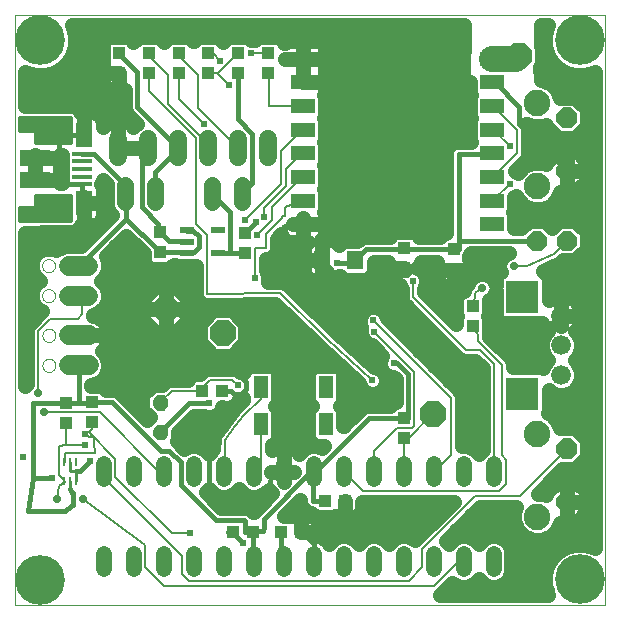
<source format=gbl>
G75*
%MOIN*%
%OFA0B0*%
%FSLAX24Y24*%
%IPPOS*%
%LPD*%
%AMOC8*
5,1,8,0,0,1.08239X$1,22.5*
%
%ADD10C,0.0000*%
%ADD11R,0.0551X0.0630*%
%ADD12R,0.0394X0.0433*%
%ADD13R,0.0433X0.0394*%
%ADD14R,0.0787X0.0512*%
%ADD15OC8,0.0850*%
%ADD16R,0.0472X0.0217*%
%ADD17C,0.0520*%
%ADD18R,0.0512X0.0748*%
%ADD19R,0.0112X0.0276*%
%ADD20R,0.0673X0.0157*%
%ADD21R,0.0575X0.0787*%
%ADD22R,0.0984X0.0541*%
%ADD23C,0.0160*%
%ADD24C,0.0560*%
%ADD25C,0.0104*%
%ADD26OC8,0.0660*%
%ADD27OC8,0.0700*%
%ADD28C,0.0885*%
%ADD29C,0.0660*%
%ADD30R,0.1102X0.1102*%
%ADD31C,0.0600*%
%ADD32C,0.0650*%
%ADD33C,0.0240*%
%ADD34C,0.0100*%
%ADD35C,0.0500*%
%ADD36C,0.0280*%
%ADD37C,0.0080*%
%ADD38C,0.0277*%
%ADD39C,0.0860*%
%ADD40C,0.1660*%
D10*
X000350Y000350D02*
X000350Y020035D01*
X020035Y020035D01*
X020035Y000350D01*
X000350Y000350D01*
X001267Y008344D02*
X001269Y008373D01*
X001275Y008401D01*
X001284Y008429D01*
X001297Y008455D01*
X001314Y008478D01*
X001333Y008500D01*
X001355Y008519D01*
X001380Y008534D01*
X001406Y008547D01*
X001434Y008555D01*
X001462Y008560D01*
X001491Y008561D01*
X001520Y008558D01*
X001548Y008551D01*
X001575Y008541D01*
X001601Y008527D01*
X001624Y008510D01*
X001645Y008490D01*
X001663Y008467D01*
X001678Y008442D01*
X001689Y008415D01*
X001697Y008387D01*
X001701Y008358D01*
X001701Y008330D01*
X001697Y008301D01*
X001689Y008273D01*
X001678Y008246D01*
X001663Y008221D01*
X001645Y008198D01*
X001624Y008178D01*
X001601Y008161D01*
X001575Y008147D01*
X001548Y008137D01*
X001520Y008130D01*
X001491Y008127D01*
X001462Y008128D01*
X001434Y008133D01*
X001406Y008141D01*
X001380Y008154D01*
X001355Y008169D01*
X001333Y008188D01*
X001314Y008210D01*
X001297Y008233D01*
X001284Y008259D01*
X001275Y008287D01*
X001269Y008315D01*
X001267Y008344D01*
X001267Y009344D02*
X001269Y009373D01*
X001275Y009401D01*
X001284Y009429D01*
X001297Y009455D01*
X001314Y009478D01*
X001333Y009500D01*
X001355Y009519D01*
X001380Y009534D01*
X001406Y009547D01*
X001434Y009555D01*
X001462Y009560D01*
X001491Y009561D01*
X001520Y009558D01*
X001548Y009551D01*
X001575Y009541D01*
X001601Y009527D01*
X001624Y009510D01*
X001645Y009490D01*
X001663Y009467D01*
X001678Y009442D01*
X001689Y009415D01*
X001697Y009387D01*
X001701Y009358D01*
X001701Y009330D01*
X001697Y009301D01*
X001689Y009273D01*
X001678Y009246D01*
X001663Y009221D01*
X001645Y009198D01*
X001624Y009178D01*
X001601Y009161D01*
X001575Y009147D01*
X001548Y009137D01*
X001520Y009130D01*
X001491Y009127D01*
X001462Y009128D01*
X001434Y009133D01*
X001406Y009141D01*
X001380Y009154D01*
X001355Y009169D01*
X001333Y009188D01*
X001314Y009210D01*
X001297Y009233D01*
X001284Y009259D01*
X001275Y009287D01*
X001269Y009315D01*
X001267Y009344D01*
X001259Y010670D02*
X001261Y010699D01*
X001267Y010727D01*
X001276Y010755D01*
X001289Y010781D01*
X001306Y010804D01*
X001325Y010826D01*
X001347Y010845D01*
X001372Y010860D01*
X001398Y010873D01*
X001426Y010881D01*
X001454Y010886D01*
X001483Y010887D01*
X001512Y010884D01*
X001540Y010877D01*
X001567Y010867D01*
X001593Y010853D01*
X001616Y010836D01*
X001637Y010816D01*
X001655Y010793D01*
X001670Y010768D01*
X001681Y010741D01*
X001689Y010713D01*
X001693Y010684D01*
X001693Y010656D01*
X001689Y010627D01*
X001681Y010599D01*
X001670Y010572D01*
X001655Y010547D01*
X001637Y010524D01*
X001616Y010504D01*
X001593Y010487D01*
X001567Y010473D01*
X001540Y010463D01*
X001512Y010456D01*
X001483Y010453D01*
X001454Y010454D01*
X001426Y010459D01*
X001398Y010467D01*
X001372Y010480D01*
X001347Y010495D01*
X001325Y010514D01*
X001306Y010536D01*
X001289Y010559D01*
X001276Y010585D01*
X001267Y010613D01*
X001261Y010641D01*
X001259Y010670D01*
X001259Y011670D02*
X001261Y011699D01*
X001267Y011727D01*
X001276Y011755D01*
X001289Y011781D01*
X001306Y011804D01*
X001325Y011826D01*
X001347Y011845D01*
X001372Y011860D01*
X001398Y011873D01*
X001426Y011881D01*
X001454Y011886D01*
X001483Y011887D01*
X001512Y011884D01*
X001540Y011877D01*
X001567Y011867D01*
X001593Y011853D01*
X001616Y011836D01*
X001637Y011816D01*
X001655Y011793D01*
X001670Y011768D01*
X001681Y011741D01*
X001689Y011713D01*
X001693Y011684D01*
X001693Y011656D01*
X001689Y011627D01*
X001681Y011599D01*
X001670Y011572D01*
X001655Y011547D01*
X001637Y011524D01*
X001616Y011504D01*
X001593Y011487D01*
X001567Y011473D01*
X001540Y011463D01*
X001512Y011456D01*
X001483Y011453D01*
X001454Y011454D01*
X001426Y011459D01*
X001398Y011467D01*
X001372Y011480D01*
X001347Y011495D01*
X001325Y011514D01*
X001306Y011536D01*
X001289Y011559D01*
X001276Y011585D01*
X001267Y011613D01*
X001261Y011641D01*
X001259Y011670D01*
D11*
X010602Y011851D03*
X011705Y011851D03*
D12*
X013332Y011590D03*
X013332Y012259D03*
X014980Y012209D03*
X014980Y011540D03*
X008032Y012093D03*
X008032Y012762D03*
X005179Y012786D03*
X005179Y012117D03*
X006605Y007505D03*
X007274Y007505D03*
X006789Y018089D03*
X006789Y018758D03*
X003814Y018758D03*
X003814Y018089D03*
D13*
X004812Y018089D03*
X004812Y018758D03*
X005812Y018758D03*
X005812Y018089D03*
X007787Y018089D03*
X007787Y018758D03*
X008807Y018758D03*
X008807Y018089D03*
X015613Y010319D03*
X015613Y009650D03*
X013327Y006585D03*
X013327Y005916D03*
X011372Y003824D03*
X010703Y003824D03*
X009905Y002795D03*
X009236Y002795D03*
X008277Y002805D03*
X007608Y002805D03*
X002910Y006453D03*
X002910Y007122D03*
X002049Y007097D03*
X002049Y006428D03*
D14*
X009959Y013051D03*
X009959Y013838D03*
X009959Y014626D03*
X009959Y015413D03*
X009959Y016201D03*
X009959Y016988D03*
X009959Y017775D03*
X009959Y018563D03*
X016259Y018563D03*
X016259Y017775D03*
X016259Y016988D03*
X016259Y016201D03*
X016259Y015413D03*
X016259Y014626D03*
X016259Y013838D03*
X016259Y013051D03*
D15*
X017168Y018666D03*
X005382Y010210D03*
X007280Y009422D03*
X014277Y006729D03*
D16*
X007119Y012096D03*
X007119Y012844D03*
X006095Y012844D03*
X006095Y012470D03*
X006095Y012096D03*
D17*
X006317Y005065D02*
X006317Y004545D01*
X005317Y004545D02*
X005317Y005065D01*
X004317Y005065D02*
X004317Y004545D01*
X003317Y004545D02*
X003317Y005065D01*
X007317Y005065D02*
X007317Y004545D01*
X008317Y004545D02*
X008317Y005065D01*
X009317Y005065D02*
X009317Y004545D01*
X010317Y004545D02*
X010317Y005065D01*
X011317Y005065D02*
X011317Y004545D01*
X012317Y004545D02*
X012317Y005065D01*
X013317Y005065D02*
X013317Y004545D01*
X014317Y004545D02*
X014317Y005065D01*
X015317Y005065D02*
X015317Y004545D01*
X016317Y004545D02*
X016317Y005065D01*
X016317Y002065D02*
X016317Y001545D01*
X015317Y001545D02*
X015317Y002065D01*
X014317Y002065D02*
X014317Y001545D01*
X013317Y001545D02*
X013317Y002065D01*
X012317Y002065D02*
X012317Y001545D01*
X011317Y001545D02*
X011317Y002065D01*
X010317Y002065D02*
X010317Y001545D01*
X009317Y001545D02*
X009317Y002065D01*
X008317Y002065D02*
X008317Y001545D01*
X007317Y001545D02*
X007317Y002065D01*
X006317Y002065D02*
X006317Y001545D01*
X005317Y001545D02*
X005317Y002065D01*
X004317Y002065D02*
X004317Y001545D01*
X003317Y001545D02*
X003317Y002065D01*
D18*
X008549Y006375D03*
X008549Y007635D03*
X010714Y007635D03*
X010714Y006375D03*
D19*
X002401Y005134D03*
X002204Y005134D03*
X002007Y005134D03*
X002007Y004484D03*
X002204Y004484D03*
X002401Y004484D03*
D20*
X002598Y014382D03*
X002598Y014638D03*
X002598Y014894D03*
X002598Y015150D03*
X002598Y015406D03*
D21*
X002649Y016036D03*
X002649Y013752D03*
D22*
X001011Y014525D03*
X001011Y015263D03*
D23*
X001011Y014525D01*
X000941Y014468D01*
X000925Y014468D02*
X001011Y014525D01*
X001185Y015059D02*
X001011Y015263D01*
X001011Y015297D01*
X001800Y015297D01*
X001828Y015297D01*
X001828Y016036D01*
X002649Y016036D01*
X002642Y016036D01*
X002649Y016036D02*
X002649Y016091D01*
X002179Y016042D02*
X001069Y016042D01*
X001069Y016200D02*
X002179Y016200D01*
X002179Y016359D02*
X000538Y016359D01*
X000538Y016517D02*
X002179Y016517D01*
X002179Y016596D02*
X001167Y016596D01*
X001169Y016595D01*
X000539Y016595D01*
X000537Y016200D01*
X001069Y016200D01*
X001069Y015779D01*
X002179Y015779D01*
X002179Y016596D01*
X002179Y015883D02*
X001069Y015883D01*
X001800Y015297D02*
X001800Y014382D01*
X002598Y014382D01*
X002602Y014381D01*
X002602Y013807D01*
X002649Y013759D01*
X002649Y013752D01*
X002179Y013823D02*
X001069Y013823D01*
X001069Y013981D02*
X002179Y013981D01*
X002179Y014002D02*
X001069Y014002D01*
X001069Y013581D01*
X000537Y013581D01*
X000535Y013184D01*
X001165Y013184D01*
X001167Y013185D01*
X002179Y013185D01*
X002179Y014002D01*
X002179Y013664D02*
X001069Y013664D01*
X000537Y013506D02*
X002179Y013506D01*
X002179Y013347D02*
X000536Y013347D01*
X000535Y013189D02*
X002179Y013189D01*
X002484Y011673D02*
X004011Y013200D01*
X004074Y013240D01*
X004074Y014004D01*
X004021Y014070D01*
X004019Y014074D01*
X004019Y014374D01*
X002988Y015405D01*
X002602Y015405D01*
X002598Y015406D01*
X003804Y015589D02*
X003980Y015594D01*
X003980Y015589D01*
X004578Y015366D02*
X004799Y015586D01*
X004804Y015589D01*
X004578Y015366D02*
X004578Y013610D01*
X005130Y013059D01*
X005130Y012854D01*
X005179Y012786D01*
X005185Y012783D01*
X005492Y012476D01*
X006090Y012476D01*
X006095Y012470D01*
X006098Y012838D02*
X006095Y012844D01*
X006098Y012838D02*
X006303Y012838D01*
X006492Y012649D01*
X006492Y012295D01*
X006326Y012130D01*
X006169Y012130D01*
X006095Y012096D01*
X006090Y012098D01*
X006074Y012114D01*
X005185Y012114D01*
X005179Y012117D01*
X005130Y012185D01*
X004074Y013240D01*
X005021Y014070D02*
X005027Y014074D01*
X005027Y014775D01*
X005767Y015515D01*
X005804Y015589D01*
X005799Y015594D01*
X004429Y016964D01*
X004429Y018114D01*
X003815Y018728D01*
X003815Y018752D01*
X003814Y018758D01*
X007787Y018089D02*
X007791Y018082D01*
X007791Y016555D01*
X008271Y016074D01*
X008271Y014421D01*
X007917Y014067D01*
X007916Y014063D01*
X007515Y013460D02*
X006917Y014059D01*
X006916Y014063D01*
X007515Y013460D02*
X007515Y012098D01*
X008027Y012098D01*
X008032Y012093D01*
X007515Y012098D02*
X007122Y012098D01*
X007119Y012096D01*
X008032Y012762D02*
X008035Y012767D01*
X008381Y013114D01*
X009358Y012996D02*
X009358Y012925D01*
X009358Y012996D02*
X009901Y012996D01*
X009959Y013051D01*
X009964Y013051D01*
X009959Y013051D01*
X009901Y012996D01*
X009959Y013051D02*
X009964Y013051D01*
X010633Y011948D02*
X010653Y011929D01*
X010649Y011925D01*
X010602Y011851D01*
X010720Y011815D01*
X010720Y011728D01*
X011074Y011374D01*
X013429Y011374D01*
X013563Y011507D01*
X014862Y011507D01*
X014980Y011540D01*
X016492Y011540D01*
X016492Y009772D01*
X018568Y009772D01*
X018568Y009996D01*
X015147Y012209D02*
X015147Y012500D01*
X017759Y012500D01*
X017763Y012502D01*
X015147Y012500D02*
X015147Y015395D01*
X016259Y015395D01*
X016259Y015413D01*
X017169Y016397D02*
X018752Y014815D01*
X018753Y014814D01*
X017169Y016397D02*
X017169Y016956D01*
X016381Y017744D01*
X016342Y017744D01*
X016259Y017775D01*
X016263Y017775D01*
X013332Y012259D02*
X013263Y012216D01*
X012074Y012216D01*
X011767Y011909D01*
X011705Y011851D01*
X011626Y011822D01*
X011570Y011767D01*
X011082Y011767D01*
X010689Y011893D02*
X010653Y011929D01*
X010602Y011866D02*
X010602Y011851D01*
X013332Y012259D02*
X013405Y012208D01*
X014901Y012208D01*
X014980Y012209D01*
X015147Y012209D01*
X014936Y011565D02*
X014936Y011540D01*
X013098Y008413D02*
X012980Y008413D01*
X013098Y008413D02*
X013460Y008051D01*
X013460Y006586D01*
X013405Y006586D01*
X013327Y006585D01*
X013326Y006586D01*
X012153Y006586D01*
X010397Y004830D01*
X010317Y004805D01*
X010200Y004775D01*
X008657Y003232D01*
X008657Y002909D01*
X008626Y002830D01*
X008358Y002830D01*
X008277Y002805D01*
X008193Y002807D01*
X008027Y002807D01*
X008019Y002815D01*
X008019Y003161D01*
X007996Y003185D01*
X007067Y003185D01*
X005878Y004374D01*
X005878Y005122D01*
X005507Y005492D01*
X005224Y005492D01*
X003594Y007122D01*
X002996Y007122D01*
X002910Y007122D01*
X002909Y007122D01*
X002885Y007098D01*
X002484Y007098D01*
X002484Y008342D01*
X002484Y008344D01*
X002484Y007098D02*
X002051Y007098D01*
X000945Y007098D01*
X000945Y004578D01*
X001594Y004578D01*
X001595Y004578D01*
X002204Y004229D02*
X002254Y004083D01*
X002300Y004083D01*
X002302Y003677D01*
X002214Y003649D01*
X002032Y003506D01*
X001781Y003506D01*
X000781Y003505D01*
X000945Y004578D01*
X002401Y004815D02*
X002484Y004830D01*
X002523Y004830D01*
X002854Y005161D01*
X005196Y006116D02*
X005200Y006122D01*
X006161Y007082D01*
X006838Y007082D01*
X007106Y006812D02*
X006818Y006606D01*
X006818Y004575D01*
X006833Y004575D01*
X006833Y003923D01*
X008720Y003923D01*
X008720Y003849D01*
X008843Y004497D01*
X008959Y004805D01*
X009317Y004805D01*
X010279Y004767D02*
X010279Y003830D01*
X010703Y003830D01*
X010703Y003824D01*
X011372Y003824D02*
X011377Y003556D01*
X011377Y003322D01*
X009895Y003322D01*
X009279Y003322D01*
X009895Y003322D02*
X009893Y002931D01*
X009905Y002795D01*
X009909Y002791D01*
X010311Y002389D01*
X010311Y001807D01*
X010317Y001805D01*
X009317Y001805D02*
X009311Y001807D01*
X009240Y001878D01*
X009240Y002791D01*
X009236Y002795D01*
X008279Y002799D02*
X008277Y002805D01*
X008279Y002799D02*
X008279Y001838D01*
X008311Y001807D01*
X008317Y001805D01*
X007948Y002437D02*
X007649Y002736D01*
X007608Y002805D01*
X007602Y002799D01*
X007452Y002799D01*
X010279Y004767D02*
X010311Y004799D01*
X010317Y004805D01*
X007343Y006967D02*
X007106Y006812D01*
X007343Y006967D02*
X007697Y007091D01*
X007687Y007397D01*
X007901Y007397D01*
X008067Y007563D01*
X008067Y007799D01*
X005657Y010208D01*
X005389Y010208D01*
X005382Y010210D01*
X002484Y011673D02*
X002476Y011670D01*
X001185Y015059D02*
X001011Y015146D01*
X007274Y007505D02*
X007279Y007500D01*
X007563Y007500D01*
X007665Y007397D01*
X007687Y007397D01*
X002051Y007098D02*
X002049Y007097D01*
D24*
X004021Y013790D02*
X004021Y014350D01*
X005021Y014350D02*
X005021Y013790D01*
X006916Y013783D02*
X006916Y014343D01*
X007916Y014343D02*
X007916Y013783D01*
D25*
X005041Y007072D02*
X004989Y007020D01*
X004989Y007192D01*
X005110Y007313D01*
X005282Y007313D01*
X005403Y007192D01*
X005403Y007020D01*
X005282Y006899D01*
X005110Y006899D01*
X004989Y007020D01*
X005067Y007052D01*
X005067Y007160D01*
X005142Y007235D01*
X005250Y007235D01*
X005325Y007160D01*
X005325Y007052D01*
X005250Y006977D01*
X005142Y006977D01*
X005067Y007052D01*
X005145Y007085D01*
X005145Y007127D01*
X005175Y007157D01*
X005217Y007157D01*
X005247Y007127D01*
X005247Y007085D01*
X005217Y007055D01*
X005175Y007055D01*
X005145Y007085D01*
X005041Y006082D02*
X004989Y006030D01*
X004989Y006202D01*
X005110Y006323D01*
X005282Y006323D01*
X005403Y006202D01*
X005403Y006030D01*
X005282Y005909D01*
X005110Y005909D01*
X004989Y006030D01*
X005067Y006062D01*
X005067Y006170D01*
X005142Y006245D01*
X005250Y006245D01*
X005325Y006170D01*
X005325Y006062D01*
X005250Y005987D01*
X005142Y005987D01*
X005067Y006062D01*
X005145Y006095D01*
X005145Y006137D01*
X005175Y006167D01*
X005217Y006167D01*
X005247Y006137D01*
X005247Y006095D01*
X005217Y006065D01*
X005175Y006065D01*
X005145Y006095D01*
D26*
X017763Y012502D03*
X018763Y012502D03*
D27*
X018753Y014814D03*
X018753Y016594D03*
X018753Y005571D03*
X018753Y003791D03*
D28*
X017773Y003301D03*
X017773Y006061D03*
X017773Y014324D03*
X017773Y017084D03*
D29*
X018568Y009996D03*
X018568Y009011D03*
X018568Y008027D03*
D30*
X017268Y007397D03*
X017268Y010626D03*
D31*
X008804Y015289D02*
X008804Y015889D01*
X007804Y015889D02*
X007804Y015289D01*
X006804Y015289D02*
X006804Y015889D01*
X005804Y015889D02*
X005804Y015289D01*
X004804Y015289D02*
X004804Y015889D01*
X003804Y015889D02*
X003804Y015289D01*
D32*
X002801Y011670D02*
X002151Y011670D01*
X002151Y010670D02*
X002801Y010670D01*
X002809Y009344D02*
X002160Y009344D01*
X002160Y008344D02*
X002809Y008344D01*
D33*
X002684Y006056D03*
X002696Y005680D03*
X002854Y005161D03*
X001595Y004578D03*
X000622Y005306D03*
X006177Y002744D03*
X007948Y002437D03*
X006838Y007082D03*
X007783Y007681D03*
X012271Y007846D03*
X012980Y008413D03*
X012326Y009468D03*
X012295Y009846D03*
X013618Y011161D03*
X011082Y011767D03*
X009358Y012925D03*
X008673Y013279D03*
X008381Y013114D03*
X008027Y013185D03*
X008429Y012689D03*
X008350Y011263D03*
X006657Y016389D03*
X007507Y017681D03*
X007193Y018507D03*
X008208Y018752D03*
X016854Y015641D03*
X016854Y014397D03*
D34*
X002204Y005134D02*
X002204Y004812D01*
X002401Y004815D01*
X002401Y004487D01*
X002401Y004484D01*
X002204Y004484D02*
X002203Y004464D01*
X002204Y004229D01*
D35*
X004770Y006525D02*
X003826Y007469D01*
X003676Y007532D01*
X003381Y007532D01*
X003314Y007599D01*
X003192Y007649D01*
X002894Y007649D01*
X002894Y007689D01*
X002939Y007689D01*
X003180Y007789D01*
X003364Y007973D01*
X003464Y008214D01*
X003464Y008474D01*
X003364Y008715D01*
X003249Y008831D01*
X003255Y008836D01*
X003318Y008898D01*
X003372Y008968D01*
X003416Y009045D01*
X003450Y009127D01*
X003472Y009212D01*
X003484Y009300D01*
X003484Y009344D01*
X003484Y009388D01*
X003472Y009476D01*
X003450Y009561D01*
X003416Y009643D01*
X003372Y009720D01*
X003318Y009790D01*
X003255Y009852D01*
X003185Y009906D01*
X003108Y009950D01*
X003027Y009984D01*
X002956Y010003D01*
X002956Y010026D01*
X003172Y010115D01*
X003356Y010299D01*
X003456Y010540D01*
X003456Y010801D01*
X003356Y011041D01*
X003227Y011170D01*
X003356Y011299D01*
X003456Y011540D01*
X003456Y011801D01*
X003378Y011988D01*
X004063Y012672D01*
X004653Y012082D01*
X004653Y011835D01*
X004703Y011713D01*
X004796Y011621D01*
X004917Y011570D01*
X005442Y011570D01*
X005563Y011621D01*
X005647Y011704D01*
X005683Y011704D01*
X005793Y011658D01*
X006389Y011658D01*
X006389Y010791D01*
X006388Y010789D01*
X006389Y010718D01*
X006389Y010646D01*
X006390Y010644D01*
X006390Y010641D01*
X006419Y010576D01*
X006446Y010510D01*
X006448Y010509D01*
X006449Y010506D01*
X006500Y010457D01*
X006550Y010406D01*
X006552Y010405D01*
X006554Y010404D01*
X006620Y010377D01*
X006686Y010350D01*
X006688Y010350D01*
X006691Y010349D01*
X006762Y010350D01*
X006833Y010350D01*
X006835Y010351D01*
X009038Y010381D01*
X010460Y009017D01*
X010462Y009013D01*
X010513Y008966D01*
X010564Y008917D01*
X010567Y008916D01*
X011821Y007758D01*
X011821Y007757D01*
X011890Y007591D01*
X012016Y007465D01*
X012182Y007396D01*
X012361Y007396D01*
X012526Y007465D01*
X012653Y007591D01*
X012721Y007757D01*
X012721Y007936D01*
X012653Y008101D01*
X012526Y008228D01*
X012361Y008296D01*
X012329Y008296D01*
X011020Y009505D01*
X009442Y011019D01*
X009390Y011069D01*
X009389Y011070D01*
X009388Y011071D01*
X009320Y011097D01*
X009253Y011124D01*
X009252Y011124D01*
X009251Y011124D01*
X009178Y011123D01*
X008777Y011117D01*
X008800Y011174D01*
X008800Y011353D01*
X008731Y011518D01*
X008720Y011530D01*
X008720Y011893D01*
X008790Y011893D01*
X008926Y011950D01*
X009030Y012054D01*
X009086Y012190D01*
X009086Y012568D01*
X009226Y012710D01*
X009229Y012693D01*
X009256Y012629D01*
X009294Y012572D01*
X009343Y012523D01*
X009400Y012485D01*
X009464Y012458D01*
X009531Y012445D01*
X009959Y012445D01*
X009959Y013051D01*
X009610Y013051D01*
X009610Y013051D01*
X009959Y013051D01*
X009959Y013051D01*
X009959Y013252D01*
X009959Y013252D01*
X009959Y013051D01*
X009959Y013051D01*
X009959Y013051D01*
X009959Y012445D01*
X010114Y012445D01*
X010103Y012438D01*
X010055Y012389D01*
X010016Y012332D01*
X009990Y012268D01*
X009977Y012200D01*
X009977Y011851D01*
X010602Y011851D01*
X010602Y011851D01*
X010602Y012516D01*
X010565Y012516D01*
X010576Y012523D01*
X010625Y012572D01*
X010663Y012629D01*
X010690Y012693D01*
X010703Y012761D01*
X010703Y013051D01*
X010703Y013341D01*
X010690Y013409D01*
X010664Y013471D01*
X010683Y013517D01*
X010683Y014160D01*
X010653Y014232D01*
X010683Y014304D01*
X010683Y014947D01*
X010653Y015019D01*
X010683Y015092D01*
X010683Y015735D01*
X010653Y015807D01*
X010683Y015879D01*
X010683Y016522D01*
X010653Y016594D01*
X010683Y016666D01*
X010683Y017309D01*
X010664Y017355D01*
X010690Y017417D01*
X010703Y017485D01*
X010703Y017775D01*
X009959Y017775D01*
X009959Y018563D01*
X009353Y018563D01*
X009353Y018563D01*
X009959Y018563D01*
X009959Y018563D01*
X009959Y019169D01*
X009531Y019169D01*
X009464Y019155D01*
X009400Y019129D01*
X009343Y019090D01*
X009330Y019077D01*
X009303Y019142D01*
X009210Y019235D01*
X009089Y019285D01*
X008524Y019285D01*
X008403Y019235D01*
X008349Y019180D01*
X008298Y019202D01*
X008223Y019202D01*
X008190Y019235D01*
X008069Y019285D01*
X007504Y019285D01*
X007383Y019235D01*
X007290Y019142D01*
X007282Y019122D01*
X007265Y019162D01*
X007172Y019255D01*
X007051Y019305D01*
X006526Y019305D01*
X006405Y019255D01*
X006312Y019162D01*
X006305Y019145D01*
X006216Y019235D01*
X006094Y019285D01*
X005530Y019285D01*
X005409Y019235D01*
X005316Y019142D01*
X005312Y019133D01*
X005308Y019142D01*
X005215Y019235D01*
X005094Y019285D01*
X004530Y019285D01*
X004408Y019235D01*
X004315Y019142D01*
X004307Y019122D01*
X004290Y019162D01*
X004198Y019255D01*
X004076Y019305D01*
X003551Y019305D01*
X003430Y019255D01*
X003337Y019162D01*
X003287Y019040D01*
X003287Y018476D01*
X003298Y018450D01*
X003280Y018408D01*
X003267Y018340D01*
X003267Y018089D01*
X003267Y017838D01*
X003280Y017770D01*
X003307Y017707D01*
X003345Y017649D01*
X003394Y017601D01*
X003451Y017562D01*
X003515Y017536D01*
X003582Y017522D01*
X003814Y017522D01*
X004019Y017522D01*
X004019Y016883D01*
X004081Y016732D01*
X004408Y016405D01*
X004374Y016379D01*
X004314Y016319D01*
X004304Y016305D01*
X004294Y016319D01*
X004233Y016379D01*
X004166Y016431D01*
X004092Y016473D01*
X004013Y016506D01*
X003931Y016528D01*
X003847Y016539D01*
X003804Y016539D01*
X003804Y015589D01*
X003804Y015589D01*
X004154Y015589D01*
X004804Y015589D01*
X004804Y015589D01*
X003804Y015589D01*
X003804Y015589D01*
X003804Y016539D01*
X003761Y016539D01*
X003677Y016528D01*
X003595Y016506D01*
X003516Y016473D01*
X003442Y016431D01*
X003374Y016379D01*
X003314Y016319D01*
X003287Y016283D01*
X003287Y016464D01*
X003273Y016532D01*
X003247Y016595D01*
X003208Y016653D01*
X003160Y016701D01*
X003102Y016740D01*
X003039Y016766D01*
X002971Y016779D01*
X002649Y016779D01*
X002546Y016779D01*
X002526Y016828D01*
X002411Y016943D01*
X002260Y017006D01*
X001188Y017006D01*
X001129Y017012D01*
X001108Y017006D01*
X001085Y017006D01*
X001083Y017005D01*
X000700Y017005D01*
X000700Y018125D01*
X000753Y018094D01*
X001048Y018015D01*
X001353Y018015D01*
X001648Y018094D01*
X001913Y018247D01*
X002129Y018463D01*
X002282Y018727D01*
X002361Y019022D01*
X002361Y019328D01*
X002282Y019623D01*
X002246Y019685D01*
X015309Y019685D01*
X015300Y017776D01*
X015515Y017775D01*
X015515Y017485D01*
X015528Y017417D01*
X015554Y017355D01*
X015535Y017309D01*
X015535Y016666D01*
X015565Y016594D01*
X015535Y016522D01*
X015535Y015879D01*
X015565Y015807D01*
X015564Y015805D01*
X015065Y015805D01*
X014915Y015742D01*
X014799Y015627D01*
X014737Y015476D01*
X014737Y012756D01*
X014717Y012756D01*
X014596Y012705D01*
X014509Y012618D01*
X013827Y012618D01*
X013809Y012662D01*
X013716Y012755D01*
X013595Y012805D01*
X013070Y012805D01*
X012949Y012755D01*
X012856Y012662D01*
X012841Y012626D01*
X011993Y012626D01*
X011842Y012564D01*
X011774Y012496D01*
X011363Y012496D01*
X011242Y012446D01*
X011164Y012368D01*
X011150Y012389D01*
X011101Y012438D01*
X011044Y012476D01*
X010980Y012502D01*
X010912Y012516D01*
X010602Y012516D01*
X010602Y011851D01*
X010602Y011851D01*
X009977Y011851D01*
X009977Y011501D01*
X009990Y011434D01*
X010016Y011370D01*
X010055Y011313D01*
X010103Y011264D01*
X010161Y011226D01*
X010224Y011199D01*
X010292Y011186D01*
X010602Y011186D01*
X010602Y011851D01*
X010602Y011851D01*
X010602Y011186D01*
X010912Y011186D01*
X010980Y011199D01*
X011044Y011226D01*
X011101Y011264D01*
X011150Y011313D01*
X011153Y011317D01*
X011172Y011317D01*
X011178Y011320D01*
X011242Y011256D01*
X011363Y011206D01*
X012046Y011206D01*
X012167Y011256D01*
X012260Y011349D01*
X012310Y011470D01*
X012310Y011806D01*
X012786Y011806D01*
X012786Y011590D01*
X013332Y011590D01*
X013332Y011590D01*
X012786Y011590D01*
X012786Y011339D01*
X012799Y011271D01*
X012825Y011207D01*
X012864Y011150D01*
X012912Y011101D01*
X012970Y011063D01*
X013033Y011037D01*
X013101Y011023D01*
X013188Y011023D01*
X013236Y010906D01*
X013248Y010895D01*
X013248Y010560D01*
X013304Y010424D01*
X015068Y008660D01*
X015172Y008556D01*
X015308Y008500D01*
X015693Y008500D01*
X015941Y008252D01*
X015941Y005523D01*
X015817Y005400D01*
X015651Y005565D01*
X015435Y005655D01*
X015248Y005655D01*
X015248Y007337D01*
X015191Y007473D01*
X015087Y007577D01*
X012745Y009919D01*
X012745Y009936D01*
X012676Y010101D01*
X012550Y010228D01*
X012384Y010296D01*
X012205Y010296D01*
X012040Y010228D01*
X011913Y010101D01*
X011845Y009936D01*
X011845Y009757D01*
X011902Y009619D01*
X011876Y009558D01*
X011876Y009379D01*
X011945Y009213D01*
X012071Y009087D01*
X012237Y009018D01*
X012253Y009018D01*
X012601Y008670D01*
X012598Y008668D01*
X012530Y008503D01*
X012530Y008323D01*
X012598Y008158D01*
X012725Y008031D01*
X012890Y007963D01*
X012968Y007963D01*
X013050Y007881D01*
X013050Y007112D01*
X013045Y007112D01*
X012924Y007062D01*
X012858Y006996D01*
X012072Y006996D01*
X011921Y006934D01*
X011300Y006313D01*
X011300Y006815D01*
X011250Y006936D01*
X011181Y007005D01*
X011250Y007074D01*
X011300Y007195D01*
X011300Y008074D01*
X011250Y008196D01*
X011157Y008289D01*
X011036Y008339D01*
X010393Y008339D01*
X010271Y008289D01*
X010178Y008196D01*
X010128Y008074D01*
X010128Y007195D01*
X010178Y007074D01*
X010247Y007005D01*
X010178Y006936D01*
X010128Y006815D01*
X010128Y005935D01*
X010178Y005814D01*
X010271Y005721D01*
X010393Y005671D01*
X010658Y005671D01*
X010582Y005594D01*
X010435Y005655D01*
X010200Y005655D01*
X009983Y005565D01*
X009824Y005406D01*
X009783Y005463D01*
X009715Y005531D01*
X009637Y005587D01*
X009551Y005631D01*
X009460Y005660D01*
X009365Y005675D01*
X009317Y005675D01*
X009269Y005675D01*
X009174Y005660D01*
X009083Y005631D01*
X008998Y005587D01*
X008920Y005531D01*
X008917Y005527D01*
X008917Y005690D01*
X008992Y005721D01*
X009084Y005814D01*
X009135Y005935D01*
X009135Y006815D01*
X009084Y006936D01*
X009015Y007005D01*
X009084Y007074D01*
X009135Y007195D01*
X009135Y008074D01*
X009084Y008196D01*
X008992Y008289D01*
X008870Y008339D01*
X008227Y008339D01*
X008106Y008289D01*
X008013Y008196D01*
X007970Y008091D01*
X007873Y008131D01*
X007856Y008131D01*
X007812Y008175D01*
X007676Y008232D01*
X006788Y008232D01*
X006652Y008175D01*
X006528Y008051D01*
X006343Y008051D01*
X006221Y008001D01*
X006129Y007908D01*
X006113Y007870D01*
X005513Y007870D01*
X005377Y007813D01*
X005259Y007696D01*
X004951Y007696D01*
X004606Y007350D01*
X004606Y006862D01*
X004856Y006611D01*
X004770Y006525D01*
X004637Y006831D02*
X004465Y006831D01*
X004606Y007329D02*
X003967Y007329D01*
X003219Y007828D02*
X005411Y007828D01*
X006525Y009109D02*
X006967Y008667D01*
X007593Y008667D01*
X008035Y009109D01*
X008035Y009735D01*
X007593Y010177D01*
X006967Y010177D01*
X006525Y009735D01*
X006525Y009109D01*
X006525Y009323D02*
X003484Y009323D01*
X003484Y009344D02*
X002484Y009344D01*
X003484Y009344D01*
X003255Y008825D02*
X006810Y008825D01*
X007750Y008825D02*
X010666Y008825D01*
X010141Y009323D02*
X008035Y009323D01*
X007948Y009822D02*
X009621Y009822D01*
X009101Y010320D02*
X006157Y010320D01*
X006157Y010210D02*
X006157Y010531D01*
X005703Y010985D01*
X005382Y010985D01*
X005382Y010210D01*
X005382Y010210D01*
X006157Y010210D01*
X005382Y010210D01*
X005382Y010210D01*
X005382Y010985D01*
X005061Y010985D01*
X004607Y010531D01*
X004607Y010210D01*
X005382Y010210D01*
X005382Y010210D01*
X005382Y009435D01*
X005703Y009435D01*
X006157Y009889D01*
X006157Y010210D01*
X006090Y009822D02*
X006612Y009822D01*
X005382Y009822D02*
X005382Y009822D01*
X005382Y009435D02*
X005061Y009435D01*
X004607Y009889D01*
X004607Y010210D01*
X005382Y010210D01*
X005382Y010210D01*
X005382Y009435D01*
X004674Y009822D02*
X003286Y009822D01*
X003365Y010320D02*
X004607Y010320D01*
X005382Y010320D02*
X005382Y010320D01*
X005382Y010819D02*
X005382Y010819D01*
X004895Y010819D02*
X003448Y010819D01*
X003363Y011317D02*
X006389Y011317D01*
X006389Y010819D02*
X005869Y010819D01*
X004661Y011816D02*
X003450Y011816D01*
X003705Y012314D02*
X004420Y012314D01*
X003208Y013135D02*
X003160Y013087D01*
X003102Y013048D01*
X003039Y013022D01*
X002971Y013009D01*
X002649Y013009D01*
X002649Y013752D01*
X002649Y013752D01*
X002649Y013009D01*
X002549Y013009D01*
X002526Y012953D01*
X002411Y012838D01*
X002260Y012775D01*
X001249Y012775D01*
X001246Y012774D01*
X001187Y012774D01*
X001128Y012768D01*
X001106Y012774D01*
X000700Y012774D01*
X000700Y007644D01*
X000724Y007702D01*
X000752Y007730D01*
X000752Y009565D01*
X000808Y009701D01*
X001217Y010111D01*
X001255Y010149D01*
X001155Y010190D01*
X000996Y010349D01*
X000910Y010558D01*
X000910Y010783D01*
X000996Y010991D01*
X001155Y011151D01*
X001203Y011170D01*
X001155Y011190D01*
X000996Y011349D01*
X000910Y011558D01*
X000910Y011783D01*
X000996Y011991D01*
X001155Y012151D01*
X001364Y012237D01*
X001589Y012237D01*
X001732Y012177D01*
X001781Y012225D01*
X002021Y012325D01*
X002556Y012325D01*
X003590Y013358D01*
X003504Y013444D01*
X003411Y013669D01*
X003411Y014402D01*
X003276Y014537D01*
X003285Y014495D01*
X003285Y014382D01*
X003218Y014382D01*
X003218Y014382D01*
X003285Y014382D01*
X003285Y014269D01*
X003277Y014230D01*
X003287Y014180D01*
X003287Y013752D01*
X002649Y013752D01*
X002649Y013752D01*
X002649Y013953D01*
X002649Y013953D01*
X002649Y013752D01*
X002649Y013752D01*
X003287Y013752D01*
X003287Y013324D01*
X003273Y013256D01*
X003247Y013193D01*
X003208Y013135D01*
X003284Y013311D02*
X003542Y013311D01*
X003411Y013810D02*
X003287Y013810D01*
X002649Y013810D02*
X002649Y013810D01*
X002649Y013311D02*
X002649Y013311D01*
X002350Y012813D02*
X003044Y012813D01*
X001994Y012314D02*
X000700Y012314D01*
X000700Y011816D02*
X000923Y011816D01*
X001028Y011317D02*
X000700Y011317D01*
X000700Y010819D02*
X000924Y010819D01*
X001025Y010320D02*
X000700Y010320D01*
X000700Y009822D02*
X000928Y009822D01*
X000752Y009323D02*
X000700Y009323D01*
X000700Y008825D02*
X000752Y008825D01*
X000752Y008326D02*
X000700Y008326D01*
X000700Y007828D02*
X000752Y007828D01*
X002484Y009344D02*
X002484Y009344D01*
X003464Y008326D02*
X008196Y008326D01*
X008901Y008326D02*
X010362Y008326D01*
X010128Y007828D02*
X009135Y007828D01*
X009135Y007329D02*
X010128Y007329D01*
X010135Y006831D02*
X009128Y006831D01*
X009135Y006332D02*
X010128Y006332D01*
X010170Y005834D02*
X009092Y005834D01*
X009317Y005675D02*
X009317Y004805D01*
X008907Y004805D01*
X008907Y004805D01*
X009317Y004805D01*
X009317Y004805D01*
X009317Y004472D01*
X009317Y004472D01*
X009317Y004805D01*
X009317Y004805D01*
X009317Y004805D01*
X009651Y004805D01*
X009651Y004805D01*
X009317Y004805D01*
X009317Y004805D01*
X009317Y005675D01*
X009317Y005335D02*
X009317Y005335D01*
X009317Y004837D02*
X009317Y004837D01*
X008811Y004204D02*
X008852Y004148D01*
X008920Y004080D01*
X008923Y004078D01*
X008310Y003464D01*
X008306Y003455D01*
X008252Y003509D01*
X008228Y003532D01*
X008077Y003595D01*
X007236Y003595D01*
X006719Y004112D01*
X006817Y004211D01*
X006983Y004045D01*
X007200Y003955D01*
X007435Y003955D01*
X007651Y004045D01*
X007817Y004211D01*
X007983Y004045D01*
X008200Y003955D01*
X008435Y003955D01*
X008651Y004045D01*
X008811Y004204D01*
X008685Y003840D02*
X006992Y003840D01*
X006817Y005400D02*
X006970Y005553D01*
X006979Y005848D01*
X006973Y005894D01*
X006981Y005921D01*
X006982Y005948D01*
X007001Y005991D01*
X007014Y006036D01*
X007031Y006057D01*
X007042Y006083D01*
X007076Y006115D01*
X007406Y006532D01*
X007659Y006879D01*
X007674Y006913D01*
X007702Y006938D01*
X007724Y006968D01*
X007755Y006987D01*
X007967Y007184D01*
X007963Y007195D01*
X007963Y007268D01*
X007873Y007231D01*
X007817Y007231D01*
X007808Y007186D01*
X007781Y007122D01*
X007743Y007065D01*
X007694Y007016D01*
X007637Y006978D01*
X007573Y006952D01*
X007506Y006938D01*
X007274Y006938D01*
X007274Y006960D01*
X007274Y006938D01*
X007266Y006938D01*
X007220Y006827D01*
X007093Y006701D01*
X006928Y006632D01*
X006749Y006632D01*
X006652Y006672D01*
X006331Y006672D01*
X005786Y006127D01*
X005786Y005872D01*
X005747Y005832D01*
X006005Y005574D01*
X006200Y005655D01*
X006435Y005655D01*
X006651Y005565D01*
X006817Y005400D01*
X006978Y005834D02*
X005748Y005834D01*
X005991Y006332D02*
X007248Y006332D01*
X007221Y006831D02*
X007623Y006831D01*
X007274Y006960D02*
X007274Y006960D01*
X011067Y008326D02*
X011206Y008326D01*
X011300Y007828D02*
X011746Y007828D01*
X012297Y008326D02*
X012530Y008326D01*
X012721Y007828D02*
X013050Y007828D01*
X013050Y007329D02*
X011300Y007329D01*
X011293Y006831D02*
X011818Y006831D01*
X011319Y006332D02*
X011300Y006332D01*
X014338Y008326D02*
X015866Y008326D01*
X015941Y007828D02*
X014837Y007828D01*
X015087Y007577D02*
X015087Y007577D01*
X015248Y007329D02*
X015941Y007329D01*
X015941Y006831D02*
X015248Y006831D01*
X015248Y006332D02*
X015941Y006332D01*
X015941Y005834D02*
X015248Y005834D01*
X018136Y006747D02*
X018150Y006780D01*
X018150Y007512D01*
X018194Y007468D01*
X018436Y007367D01*
X018699Y007367D01*
X018942Y007468D01*
X019127Y007653D01*
X019228Y007896D01*
X019228Y008158D01*
X019127Y008401D01*
X019009Y008519D01*
X019127Y008638D01*
X019228Y008880D01*
X019228Y009143D01*
X019127Y009385D01*
X019023Y009489D01*
X019080Y009546D01*
X019134Y009617D01*
X019179Y009694D01*
X019213Y009777D01*
X019236Y009863D01*
X019248Y009951D01*
X019248Y009996D01*
X019248Y010040D01*
X019236Y010129D01*
X019213Y010215D01*
X019179Y010297D01*
X019134Y010374D01*
X019080Y010445D01*
X019017Y010508D01*
X018946Y010562D01*
X018869Y010607D01*
X018787Y010641D01*
X018701Y010664D01*
X018612Y010676D01*
X018568Y010676D01*
X018568Y009996D01*
X018568Y009996D01*
X019248Y009996D01*
X018568Y009996D01*
X018568Y009996D01*
X018568Y010676D01*
X018523Y010676D01*
X018435Y010664D01*
X018349Y010641D01*
X018266Y010607D01*
X018189Y010562D01*
X018150Y010532D01*
X018150Y011242D01*
X018099Y011364D01*
X018007Y011457D01*
X017944Y011483D01*
X018457Y011711D01*
X018520Y011737D01*
X018524Y011741D01*
X018528Y011743D01*
X018576Y011793D01*
X018625Y011842D01*
X019037Y011842D01*
X019423Y012228D01*
X019423Y012775D01*
X019037Y013162D01*
X018490Y013162D01*
X018263Y012935D01*
X018037Y013162D01*
X017490Y013162D01*
X017238Y012910D01*
X016982Y012910D01*
X016982Y013372D01*
X016952Y013445D01*
X016982Y013517D01*
X016982Y013963D01*
X017071Y014000D01*
X017118Y013887D01*
X017336Y013669D01*
X017620Y013552D01*
X017927Y013552D01*
X018211Y013669D01*
X018428Y013887D01*
X018523Y014114D01*
X018753Y014114D01*
X018753Y014814D01*
X018753Y014814D01*
X018753Y014114D01*
X019043Y014114D01*
X019453Y014524D01*
X019453Y014814D01*
X018753Y014814D01*
X018753Y015514D01*
X018463Y015514D01*
X018053Y015104D01*
X018053Y015044D01*
X017927Y015097D01*
X017620Y015097D01*
X017336Y014979D01*
X017122Y014765D01*
X017109Y014779D01*
X017012Y014819D01*
X017308Y015115D01*
X017412Y015219D01*
X017468Y015355D01*
X017468Y016258D01*
X017412Y016394D01*
X017405Y016401D01*
X017620Y016312D01*
X017927Y016312D01*
X018073Y016372D01*
X018073Y016313D01*
X018472Y015914D01*
X019035Y015914D01*
X019433Y016313D01*
X019433Y016876D01*
X019035Y017274D01*
X018531Y017274D01*
X018428Y017522D01*
X018211Y017739D01*
X017927Y017857D01*
X017888Y017857D01*
X017871Y018287D01*
X017902Y018287D01*
X017902Y018331D01*
X017923Y018353D01*
X017923Y018533D01*
X017938Y018581D01*
X017923Y018756D01*
X017923Y018978D01*
X017902Y019000D01*
X017902Y019685D01*
X018136Y019685D01*
X018101Y019624D01*
X018022Y019329D01*
X018022Y019024D01*
X018101Y018729D01*
X018253Y018464D01*
X018469Y018248D01*
X018734Y018096D01*
X019029Y018017D01*
X019334Y018017D01*
X019629Y018096D01*
X019685Y018128D01*
X019685Y002260D01*
X019627Y002293D01*
X019332Y002372D01*
X019027Y002372D01*
X018732Y002293D01*
X018467Y002140D01*
X018251Y001924D01*
X018099Y001660D01*
X018019Y001365D01*
X018019Y001060D01*
X018099Y000765D01*
X018136Y000700D01*
X014538Y000700D01*
X014624Y000786D01*
X014933Y001095D01*
X014983Y001045D01*
X015200Y000955D01*
X015435Y000955D01*
X015651Y001045D01*
X015817Y001211D01*
X015983Y001045D01*
X016200Y000955D01*
X016435Y000955D01*
X016651Y001045D01*
X016817Y001211D01*
X016907Y001428D01*
X016907Y002183D01*
X016817Y002399D01*
X016651Y002565D01*
X016435Y002655D01*
X016200Y002655D01*
X015983Y002565D01*
X015817Y002400D01*
X015651Y002565D01*
X015435Y002655D01*
X015200Y002655D01*
X014983Y002565D01*
X014817Y002400D01*
X014724Y002492D01*
X015858Y003626D01*
X017072Y003626D01*
X017001Y003454D01*
X017001Y003147D01*
X017118Y002863D01*
X017336Y002646D01*
X017620Y002528D01*
X017927Y002528D01*
X018211Y002646D01*
X018428Y002863D01*
X018523Y003091D01*
X018753Y003091D01*
X018753Y003791D01*
X018753Y004491D01*
X018463Y004491D01*
X018053Y004081D01*
X018053Y004021D01*
X017927Y004073D01*
X017778Y004073D01*
X018595Y004891D01*
X019035Y004891D01*
X019433Y005289D01*
X019433Y005852D01*
X019035Y006251D01*
X018531Y006251D01*
X018428Y006498D01*
X018211Y006716D01*
X018136Y006747D01*
X018150Y006831D02*
X019685Y006831D01*
X019685Y007329D02*
X018150Y007329D01*
X018497Y006332D02*
X019685Y006332D01*
X019685Y005834D02*
X019433Y005834D01*
X019433Y005335D02*
X019685Y005335D01*
X019685Y004837D02*
X018541Y004837D01*
X018753Y004491D02*
X018753Y003791D01*
X018753Y003791D01*
X018753Y003791D01*
X019453Y003791D01*
X019453Y004081D01*
X019043Y004491D01*
X018753Y004491D01*
X018753Y004338D02*
X018753Y004338D01*
X018311Y004338D02*
X018042Y004338D01*
X018753Y003840D02*
X018753Y003840D01*
X018753Y003791D02*
X018753Y003791D01*
X018753Y003091D01*
X019043Y003091D01*
X019453Y003501D01*
X019453Y003791D01*
X018753Y003791D01*
X018753Y003341D02*
X018753Y003341D01*
X019294Y003341D02*
X019685Y003341D01*
X019685Y003840D02*
X019453Y003840D01*
X019685Y004338D02*
X019196Y004338D01*
X017001Y003341D02*
X015573Y003341D01*
X014976Y003791D02*
X013701Y002516D01*
X013651Y002565D01*
X013435Y002655D01*
X013200Y002655D01*
X012983Y002565D01*
X012817Y002400D01*
X012651Y002565D01*
X012435Y002655D01*
X012200Y002655D01*
X011983Y002565D01*
X011817Y002400D01*
X011651Y002565D01*
X011435Y002655D01*
X011200Y002655D01*
X010983Y002565D01*
X010824Y002406D01*
X010783Y002463D01*
X010715Y002531D01*
X010637Y002587D01*
X010551Y002631D01*
X010471Y002657D01*
X010471Y002795D01*
X009905Y002795D01*
X009905Y002795D01*
X010471Y002795D01*
X010471Y003027D01*
X010458Y003094D01*
X010432Y003158D01*
X010393Y003215D01*
X010345Y003264D01*
X010287Y003302D01*
X010224Y003329D01*
X010156Y003342D01*
X009905Y003342D01*
X009905Y002795D01*
X009905Y002795D01*
X009905Y003342D01*
X009654Y003342D01*
X009586Y003329D01*
X009544Y003311D01*
X009518Y003322D01*
X009327Y003322D01*
X009869Y003864D01*
X009869Y003749D01*
X009932Y003598D01*
X010047Y003483D01*
X010198Y003420D01*
X010227Y003420D01*
X010300Y003347D01*
X010421Y003297D01*
X010985Y003297D01*
X011012Y003308D01*
X011054Y003290D01*
X011121Y003277D01*
X011372Y003277D01*
X011372Y003824D01*
X011372Y003824D01*
X011372Y003277D01*
X011623Y003277D01*
X011691Y003290D01*
X011755Y003317D01*
X011812Y003355D01*
X011861Y003404D01*
X011899Y003461D01*
X011925Y003525D01*
X011939Y003593D01*
X011939Y003791D01*
X014976Y003791D01*
X014526Y003341D02*
X011791Y003341D01*
X011372Y003341D02*
X011372Y003341D01*
X010471Y002843D02*
X014028Y002843D01*
X015074Y002843D02*
X017139Y002843D01*
X016840Y002344D02*
X018921Y002344D01*
X019437Y002344D02*
X019685Y002344D01*
X019685Y002843D02*
X018408Y002843D01*
X018206Y001846D02*
X016907Y001846D01*
X016874Y001347D02*
X018019Y001347D01*
X018076Y000849D02*
X014687Y000849D01*
X010315Y003341D02*
X010162Y003341D01*
X009905Y003341D02*
X009905Y003341D01*
X009648Y003341D02*
X009346Y003341D01*
X009845Y003840D02*
X009869Y003840D01*
X009905Y002843D02*
X009905Y002843D01*
X016948Y008278D02*
X016948Y008439D01*
X016892Y008575D01*
X016788Y008679D01*
X016169Y009299D01*
X016169Y009306D01*
X016176Y009336D01*
X016169Y009379D01*
X016169Y009423D01*
X016159Y009446D01*
X016159Y009912D01*
X016129Y009985D01*
X016159Y010057D01*
X016159Y010523D01*
X016186Y010534D01*
X016318Y010666D01*
X016387Y010833D01*
X016387Y010009D01*
X016437Y009887D01*
X016530Y009795D01*
X016652Y009744D01*
X017885Y009744D01*
X017928Y009762D01*
X017956Y009694D01*
X018001Y009617D01*
X018055Y009546D01*
X018112Y009489D01*
X018008Y009385D01*
X017908Y009143D01*
X017908Y008880D01*
X018008Y008638D01*
X018126Y008519D01*
X018008Y008401D01*
X017947Y008253D01*
X017885Y008278D01*
X016948Y008278D01*
X016948Y008326D02*
X017977Y008326D01*
X017931Y008825D02*
X016643Y008825D01*
X016173Y009323D02*
X017982Y009323D01*
X018568Y009671D02*
X018568Y009996D01*
X018568Y009671D01*
X018568Y009671D01*
X018568Y009822D02*
X018568Y009822D01*
X018568Y009996D02*
X018568Y009996D01*
X018568Y010320D02*
X018568Y010320D01*
X019166Y010320D02*
X019685Y010320D01*
X019685Y009822D02*
X019225Y009822D01*
X019153Y009323D02*
X019685Y009323D01*
X019685Y008825D02*
X019205Y008825D01*
X019158Y008326D02*
X019685Y008326D01*
X019685Y007828D02*
X019199Y007828D01*
X016503Y009822D02*
X016159Y009822D01*
X016159Y010320D02*
X016387Y010320D01*
X016381Y010819D02*
X016387Y010819D01*
X016387Y011030D02*
X016318Y011197D01*
X016186Y011329D01*
X016014Y011401D01*
X015828Y011401D01*
X015655Y011329D01*
X015523Y011197D01*
X015462Y011050D01*
X015455Y011045D01*
X015398Y011003D01*
X015396Y011000D01*
X015394Y010999D01*
X015358Y010938D01*
X015321Y010877D01*
X015320Y010874D01*
X015319Y010872D01*
X015314Y010839D01*
X015209Y010796D01*
X015116Y010703D01*
X015066Y010582D01*
X015066Y010057D01*
X015096Y009985D01*
X015066Y009912D01*
X015066Y009708D01*
X013988Y010787D01*
X013988Y010895D01*
X013999Y010906D01*
X014068Y011072D01*
X014068Y011251D01*
X013999Y011416D01*
X013879Y011536D01*
X013879Y011590D01*
X013879Y011798D01*
X014434Y011798D01*
X014433Y011791D01*
X014433Y011540D01*
X014980Y011540D01*
X015526Y011540D01*
X015526Y011791D01*
X015513Y011859D01*
X015496Y011901D01*
X015506Y011927D01*
X015506Y012006D01*
X015541Y012090D01*
X016822Y012090D01*
X016710Y012043D01*
X016578Y011911D01*
X016507Y011739D01*
X016507Y011553D01*
X016544Y011462D01*
X016530Y011457D01*
X016437Y011364D01*
X016387Y011242D01*
X016387Y011030D01*
X016418Y011317D02*
X016198Y011317D01*
X015643Y011317D02*
X015526Y011317D01*
X015526Y011289D02*
X015526Y011540D01*
X014980Y011540D01*
X014980Y011540D01*
X014980Y010973D01*
X015211Y010973D01*
X015279Y010987D01*
X015342Y011013D01*
X015400Y011051D01*
X015448Y011100D01*
X015487Y011158D01*
X015513Y011221D01*
X015526Y011289D01*
X015522Y011816D02*
X016538Y011816D01*
X015264Y010819D02*
X013988Y010819D01*
X014040Y011317D02*
X014433Y011317D01*
X014433Y011289D02*
X014446Y011221D01*
X014473Y011158D01*
X014511Y011100D01*
X014560Y011051D01*
X014617Y011013D01*
X014681Y010987D01*
X014748Y010973D01*
X014980Y010973D01*
X014980Y011540D01*
X014980Y011540D01*
X014980Y011540D01*
X014433Y011540D01*
X014433Y011289D01*
X014980Y011317D02*
X014980Y011317D01*
X013879Y011590D02*
X013759Y011590D01*
X013879Y011590D01*
X013759Y011590D02*
X013759Y011590D01*
X013248Y010819D02*
X009651Y010819D01*
X010052Y011317D02*
X008800Y011317D01*
X008720Y011816D02*
X009977Y011816D01*
X010602Y011816D02*
X010602Y011816D01*
X010602Y011317D02*
X010602Y011317D01*
X011152Y011317D02*
X011181Y011317D01*
X012228Y011317D02*
X012790Y011317D01*
X013408Y010320D02*
X010170Y010320D01*
X010690Y009822D02*
X011845Y009822D01*
X011899Y009323D02*
X011217Y009323D01*
X011757Y008825D02*
X012447Y008825D01*
X013341Y009323D02*
X014405Y009323D01*
X014903Y008825D02*
X013840Y008825D01*
X013906Y009822D02*
X012843Y009822D01*
X014454Y010320D02*
X015066Y010320D01*
X015066Y009822D02*
X014953Y009822D01*
X018150Y010819D02*
X019685Y010819D01*
X019685Y011317D02*
X018119Y011317D01*
X018599Y011816D02*
X019685Y011816D01*
X019685Y012314D02*
X019423Y012314D01*
X019386Y012813D02*
X019685Y012813D01*
X019685Y013311D02*
X016982Y013311D01*
X016982Y013810D02*
X017196Y013810D01*
X018351Y013810D02*
X019685Y013810D01*
X019685Y014308D02*
X019237Y014308D01*
X018753Y014308D02*
X018753Y014308D01*
X018753Y014807D02*
X018753Y014807D01*
X018753Y014814D02*
X018753Y014814D01*
X018753Y014814D01*
X018753Y015514D01*
X019043Y015514D01*
X019453Y015104D01*
X019453Y014814D01*
X018753Y014814D01*
X018753Y015305D02*
X018753Y015305D01*
X018254Y015305D02*
X017447Y015305D01*
X017468Y015804D02*
X019685Y015804D01*
X019685Y016302D02*
X019423Y016302D01*
X019433Y016801D02*
X019685Y016801D01*
X019685Y017299D02*
X018521Y017299D01*
X018070Y017798D02*
X019685Y017798D01*
X018422Y018296D02*
X017902Y018296D01*
X017923Y018795D02*
X018083Y018795D01*
X018022Y019293D02*
X017902Y019293D01*
X015307Y019293D02*
X007080Y019293D01*
X006497Y019293D02*
X004105Y019293D01*
X003523Y019293D02*
X002361Y019293D01*
X002300Y018795D02*
X003287Y018795D01*
X003267Y018296D02*
X001962Y018296D01*
X003267Y018089D02*
X003814Y018089D01*
X003814Y017522D01*
X003814Y018089D01*
X003814Y018089D01*
X003267Y018089D01*
X003275Y017798D02*
X000700Y017798D01*
X000700Y017299D02*
X004019Y017299D01*
X004053Y016801D02*
X002538Y016801D01*
X002649Y016779D02*
X002649Y016036D01*
X002649Y016036D01*
X002589Y016036D01*
X002589Y016036D01*
X002649Y016036D01*
X002649Y016036D01*
X002649Y016779D01*
X002649Y016302D02*
X002649Y016302D01*
X003287Y016302D02*
X003302Y016302D01*
X003804Y016302D02*
X003804Y016302D01*
X003804Y015804D02*
X003804Y015804D01*
X001931Y015369D02*
X001931Y015261D01*
X001931Y014579D01*
X001925Y014563D01*
X001911Y014495D01*
X001911Y014412D01*
X001854Y014412D01*
X001854Y014525D01*
X001854Y014830D01*
X001841Y014894D01*
X001854Y014958D01*
X001854Y015263D01*
X001011Y015263D01*
X001011Y015263D01*
X001011Y015146D01*
X001011Y014525D01*
X001011Y014525D01*
X001011Y015263D01*
X001011Y015369D01*
X001011Y015369D01*
X001011Y015263D01*
X001011Y015263D01*
X001011Y015263D01*
X001854Y015263D01*
X001854Y015369D01*
X001931Y015369D01*
X001931Y015305D02*
X001854Y015305D01*
X001011Y015305D02*
X001011Y015305D01*
X001011Y014807D02*
X001011Y014807D01*
X001011Y014525D02*
X001854Y014525D01*
X001011Y014525D01*
X001011Y014525D01*
X001854Y014807D02*
X001931Y014807D01*
X003285Y014308D02*
X003411Y014308D01*
X003814Y017798D02*
X003814Y017798D01*
X003814Y018089D02*
X003814Y018089D01*
X009959Y017957D02*
X009959Y017775D01*
X009959Y017775D01*
X009959Y017775D01*
X010703Y017775D01*
X010703Y018066D01*
X010690Y018133D01*
X010675Y018169D01*
X010690Y018205D01*
X010703Y018272D01*
X010703Y018563D01*
X010703Y018853D01*
X010690Y018921D01*
X010663Y018984D01*
X010625Y019042D01*
X010576Y019090D01*
X010519Y019129D01*
X010455Y019155D01*
X010388Y019169D01*
X009959Y019169D01*
X009959Y018563D01*
X009959Y018563D01*
X009959Y018563D01*
X010703Y018563D01*
X009959Y018563D01*
X009959Y018563D01*
X009959Y017957D01*
X009959Y017798D02*
X009959Y017798D01*
X009959Y018296D02*
X009959Y018296D01*
X010703Y018296D02*
X015302Y018296D01*
X015300Y017798D02*
X010703Y017798D01*
X010683Y017299D02*
X015535Y017299D01*
X015535Y016801D02*
X010683Y016801D01*
X010683Y016302D02*
X015535Y016302D01*
X015062Y015804D02*
X010655Y015804D01*
X010683Y015305D02*
X014737Y015305D01*
X014737Y014807D02*
X010683Y014807D01*
X010683Y014308D02*
X014737Y014308D01*
X014737Y013810D02*
X010683Y013810D01*
X010703Y013311D02*
X014737Y013311D01*
X014737Y012813D02*
X010703Y012813D01*
X010703Y013051D02*
X009959Y013051D01*
X010703Y013051D01*
X009959Y013051D02*
X009959Y013051D01*
X009959Y012813D02*
X009959Y012813D01*
X010009Y012314D02*
X009086Y012314D01*
X010602Y012314D02*
X010602Y012314D01*
X017042Y014807D02*
X017163Y014807D01*
X017450Y016302D02*
X018084Y016302D01*
X019253Y015305D02*
X019685Y015305D01*
X019685Y014807D02*
X019453Y014807D01*
X015305Y018795D02*
X010703Y018795D01*
X009959Y018795D02*
X009959Y018795D01*
D36*
X008720Y003849D03*
X009279Y003322D03*
D37*
X008317Y004805D02*
X008319Y004807D01*
X008547Y005035D01*
X008547Y006374D01*
X008549Y006375D01*
X007979Y006691D02*
X008547Y007216D01*
X008547Y007633D01*
X008549Y007635D01*
X007783Y007681D02*
X007602Y007862D01*
X006862Y007862D01*
X006602Y007602D01*
X006602Y007539D01*
X006605Y007505D01*
X006602Y007500D01*
X005586Y007500D01*
X005200Y007114D01*
X005196Y007106D01*
X003177Y006775D02*
X001329Y006778D01*
X002043Y006421D02*
X002049Y006428D01*
X002043Y006421D02*
X002043Y005681D01*
X002689Y005681D01*
X002696Y005680D01*
X002611Y005436D02*
X002014Y005436D01*
X002011Y005137D01*
X002007Y005134D01*
X001830Y005358D02*
X001830Y004689D01*
X001996Y004523D01*
X002007Y004484D01*
X002019Y004444D01*
X001840Y004309D01*
X001762Y003887D01*
X002007Y004484D02*
X002011Y004484D01*
X002618Y003887D02*
X004703Y002341D01*
X004704Y001618D01*
X005326Y000996D01*
X014311Y000996D01*
X015114Y001799D01*
X015311Y001799D01*
X015317Y001805D01*
X013933Y001618D02*
X013933Y002224D01*
X015704Y003996D01*
X017177Y003996D01*
X018752Y005570D01*
X018753Y005571D01*
X016720Y005200D02*
X016720Y004405D01*
X016476Y004161D01*
X011956Y004161D01*
X011319Y004799D01*
X011317Y004805D01*
X012317Y004805D02*
X012319Y004807D01*
X012319Y005492D01*
X013090Y006263D01*
X013594Y006263D01*
X013665Y006334D01*
X013665Y008130D01*
X012326Y009468D01*
X012295Y009846D02*
X014878Y007263D01*
X014878Y005366D01*
X014319Y004807D01*
X014317Y004805D01*
X013319Y004807D02*
X013317Y004805D01*
X013319Y004807D02*
X013319Y005878D01*
X013327Y005916D01*
X013366Y005925D01*
X013484Y005925D01*
X014271Y006712D01*
X014271Y006728D01*
X014277Y006729D01*
X012271Y007846D02*
X010767Y009235D01*
X009185Y010753D01*
X006759Y010720D01*
X006759Y012696D01*
X006381Y013074D01*
X006381Y015909D01*
X004815Y017476D01*
X004815Y018082D01*
X004812Y018089D01*
X004815Y018673D02*
X005468Y018019D01*
X005468Y017051D01*
X006799Y015720D01*
X006799Y015594D01*
X006804Y015589D01*
X007799Y015594D02*
X007804Y015589D01*
X007799Y015594D02*
X006468Y016925D01*
X006468Y018019D01*
X005815Y018673D01*
X005815Y018752D01*
X005812Y018758D01*
X005812Y018089D02*
X005815Y018082D01*
X005815Y017232D01*
X006657Y016389D01*
X007507Y017681D02*
X007137Y018051D01*
X007122Y018090D01*
X007783Y018752D01*
X007787Y018758D01*
X008208Y018752D02*
X008799Y018752D01*
X008807Y018758D01*
X008807Y018089D02*
X008807Y018082D01*
X008830Y018082D01*
X008827Y017209D01*
X008827Y016996D01*
X009956Y016996D01*
X009959Y016988D01*
X009959Y016201D02*
X009956Y016200D01*
X009925Y016200D01*
X009224Y015500D01*
X009224Y014381D01*
X008027Y013185D01*
X008429Y012689D02*
X008917Y013177D01*
X008917Y013618D01*
X009925Y014626D01*
X009956Y014626D01*
X009959Y014626D01*
X009389Y014878D02*
X009389Y014319D01*
X008673Y013602D01*
X008673Y013279D01*
X008716Y012719D02*
X009261Y013273D01*
X009261Y013321D01*
X009356Y013321D01*
X009350Y013634D01*
X009956Y013838D01*
X009959Y013838D01*
X009389Y014878D02*
X009925Y015413D01*
X009956Y015413D01*
X009959Y015413D01*
X008716Y012719D02*
X008716Y012263D01*
X008350Y012263D01*
X008350Y011263D01*
X013618Y011161D02*
X013618Y010633D01*
X015381Y008870D01*
X015846Y008870D01*
X016311Y008405D01*
X016311Y004807D01*
X016317Y004805D01*
X016720Y005200D02*
X016578Y005342D01*
X016578Y008366D01*
X015799Y009145D01*
X015799Y009349D01*
X015613Y009650D01*
X015613Y010319D02*
X015701Y010639D01*
X015675Y010747D01*
X015921Y010932D01*
X016975Y011646D02*
X017421Y011655D01*
X018311Y012051D01*
X018759Y012500D01*
X018763Y012502D01*
X016854Y014397D02*
X016303Y013846D01*
X016263Y013846D01*
X016259Y013838D01*
X016259Y014626D02*
X016263Y014633D01*
X016303Y014633D01*
X017098Y015429D01*
X017098Y016185D01*
X016295Y016988D01*
X016263Y016988D01*
X016259Y016988D01*
X016259Y016201D02*
X016263Y016200D01*
X016295Y016200D01*
X016854Y015641D01*
X007122Y018090D02*
X006791Y018090D01*
X006789Y018089D01*
X007193Y018507D02*
X006948Y018752D01*
X006791Y018752D01*
X006789Y018758D01*
X004815Y018752D02*
X004812Y018758D01*
X004815Y018752D02*
X004815Y018673D01*
X002476Y010670D02*
X002484Y010665D01*
X002586Y010563D01*
X002586Y010043D01*
X002444Y009901D01*
X001531Y009901D01*
X001122Y009492D01*
X001122Y007437D01*
X002909Y006452D02*
X002909Y006208D01*
X002811Y006110D01*
X003704Y005216D01*
X003704Y004618D01*
X005578Y002744D01*
X006177Y002744D01*
X005933Y001988D02*
X005933Y001389D01*
X006161Y001161D01*
X013476Y001161D01*
X013933Y001618D01*
X007319Y004807D02*
X007349Y005864D01*
X007701Y006308D01*
X007979Y006691D01*
X007319Y004807D02*
X007317Y004805D01*
X005317Y004805D02*
X005311Y004807D01*
X005145Y004807D01*
X003177Y006775D01*
X002910Y006453D02*
X002909Y006452D01*
X002811Y006110D02*
X002934Y005980D01*
X002909Y005956D01*
X002833Y005953D01*
X002684Y006056D01*
X002934Y005980D02*
X002983Y005929D01*
X002983Y005764D01*
X003040Y005437D01*
X002611Y005436D01*
X002043Y005681D02*
X001835Y005653D01*
X001830Y005358D01*
X003317Y004805D02*
X003319Y004799D01*
X003319Y004602D01*
X005933Y001988D01*
D38*
X002618Y003887D03*
X001762Y003887D03*
X001329Y006778D03*
X001122Y007437D03*
X015921Y010932D03*
X016975Y011646D03*
D39*
X017067Y018570D02*
X016263Y018570D01*
X016259Y018563D01*
X017067Y018570D02*
X017161Y018665D01*
X017168Y018666D01*
D40*
X019182Y019177D03*
X001201Y019175D03*
X001200Y001200D03*
X019179Y001212D03*
M02*

</source>
